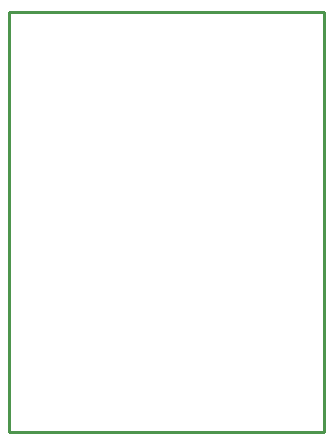
<source format=gbr>
G04 EAGLE Gerber RS-274X export*
G75*
%MOMM*%
%FSLAX34Y34*%
%LPD*%
%IN*%
%IPPOS*%
%AMOC8*
5,1,8,0,0,1.08239X$1,22.5*%
G01*
%ADD10C,0.254000*%


D10*
X0Y0D02*
X266700Y0D01*
X266700Y355600D01*
X0Y355600D01*
X0Y0D01*
M02*

</source>
